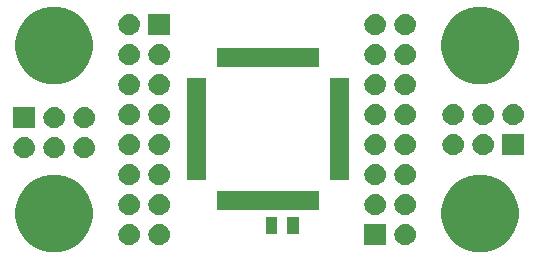
<source format=gbr>
G04 #@! TF.GenerationSoftware,KiCad,Pcbnew,(5.0.1-3-g963ef8bb5)*
G04 #@! TF.CreationDate,2019-05-10T17:58:09-07:00*
G04 #@! TF.ProjectId,NixieDriver,4E697869654472697665722E6B696361,rev?*
G04 #@! TF.SameCoordinates,Original*
G04 #@! TF.FileFunction,Soldermask,Top*
G04 #@! TF.FilePolarity,Negative*
%FSLAX46Y46*%
G04 Gerber Fmt 4.6, Leading zero omitted, Abs format (unit mm)*
G04 Created by KiCad (PCBNEW (5.0.1-3-g963ef8bb5)) date Friday, May 10, 2019 at 05:58:09 PM*
%MOMM*%
%LPD*%
G01*
G04 APERTURE LIST*
%ADD10C,0.100000*%
G04 APERTURE END LIST*
D10*
G36*
X143449748Y-97941317D02*
X144046051Y-98188314D01*
X144582714Y-98546901D01*
X145039099Y-99003286D01*
X145397686Y-99539949D01*
X145644683Y-100136252D01*
X145770600Y-100769282D01*
X145770600Y-101414718D01*
X145644683Y-102047748D01*
X145397686Y-102644051D01*
X145039099Y-103180714D01*
X144582714Y-103637099D01*
X144046051Y-103995686D01*
X143449748Y-104242683D01*
X142816718Y-104368600D01*
X142171282Y-104368600D01*
X141538252Y-104242683D01*
X140941949Y-103995686D01*
X140405286Y-103637099D01*
X139948901Y-103180714D01*
X139590314Y-102644051D01*
X139343317Y-102047748D01*
X139217400Y-101414718D01*
X139217400Y-100769282D01*
X139343317Y-100136252D01*
X139590314Y-99539949D01*
X139948901Y-99003286D01*
X140405286Y-98546901D01*
X140941949Y-98188314D01*
X141538252Y-97941317D01*
X142171282Y-97815400D01*
X142816718Y-97815400D01*
X143449748Y-97941317D01*
X143449748Y-97941317D01*
G37*
G36*
X107381748Y-97941317D02*
X107978051Y-98188314D01*
X108514714Y-98546901D01*
X108971099Y-99003286D01*
X109329686Y-99539949D01*
X109576683Y-100136252D01*
X109702600Y-100769282D01*
X109702600Y-101414718D01*
X109576683Y-102047748D01*
X109329686Y-102644051D01*
X108971099Y-103180714D01*
X108514714Y-103637099D01*
X107978051Y-103995686D01*
X107381748Y-104242683D01*
X106748718Y-104368600D01*
X106103282Y-104368600D01*
X105470252Y-104242683D01*
X104873949Y-103995686D01*
X104337286Y-103637099D01*
X103880901Y-103180714D01*
X103522314Y-102644051D01*
X103275317Y-102047748D01*
X103149400Y-101414718D01*
X103149400Y-100769282D01*
X103275317Y-100136252D01*
X103522314Y-99539949D01*
X103880901Y-99003286D01*
X104337286Y-98546901D01*
X104873949Y-98188314D01*
X105470252Y-97941317D01*
X106103282Y-97815400D01*
X106748718Y-97815400D01*
X107381748Y-97941317D01*
X107381748Y-97941317D01*
G37*
G36*
X115426442Y-101975518D02*
X115492627Y-101982037D01*
X115605853Y-102016384D01*
X115662467Y-102033557D01*
X115801087Y-102107652D01*
X115818991Y-102117222D01*
X115854729Y-102146552D01*
X115956186Y-102229814D01*
X116039448Y-102331271D01*
X116068778Y-102367009D01*
X116068779Y-102367011D01*
X116152443Y-102523533D01*
X116152443Y-102523534D01*
X116203963Y-102693373D01*
X116221359Y-102870000D01*
X116203963Y-103046627D01*
X116169616Y-103159853D01*
X116152443Y-103216467D01*
X116078348Y-103355087D01*
X116068778Y-103372991D01*
X116039448Y-103408729D01*
X115956186Y-103510186D01*
X115854729Y-103593448D01*
X115818991Y-103622778D01*
X115818989Y-103622779D01*
X115662467Y-103706443D01*
X115605853Y-103723616D01*
X115492627Y-103757963D01*
X115426443Y-103764481D01*
X115360260Y-103771000D01*
X115271740Y-103771000D01*
X115205557Y-103764481D01*
X115139373Y-103757963D01*
X115026147Y-103723616D01*
X114969533Y-103706443D01*
X114813011Y-103622779D01*
X114813009Y-103622778D01*
X114777271Y-103593448D01*
X114675814Y-103510186D01*
X114592552Y-103408729D01*
X114563222Y-103372991D01*
X114553652Y-103355087D01*
X114479557Y-103216467D01*
X114462384Y-103159853D01*
X114428037Y-103046627D01*
X114410641Y-102870000D01*
X114428037Y-102693373D01*
X114479557Y-102523534D01*
X114479557Y-102523533D01*
X114563221Y-102367011D01*
X114563222Y-102367009D01*
X114592552Y-102331271D01*
X114675814Y-102229814D01*
X114777271Y-102146552D01*
X114813009Y-102117222D01*
X114830913Y-102107652D01*
X114969533Y-102033557D01*
X115026147Y-102016384D01*
X115139373Y-101982037D01*
X115205558Y-101975518D01*
X115271740Y-101969000D01*
X115360260Y-101969000D01*
X115426442Y-101975518D01*
X115426442Y-101975518D01*
G37*
G36*
X112886442Y-101975518D02*
X112952627Y-101982037D01*
X113065853Y-102016384D01*
X113122467Y-102033557D01*
X113261087Y-102107652D01*
X113278991Y-102117222D01*
X113314729Y-102146552D01*
X113416186Y-102229814D01*
X113499448Y-102331271D01*
X113528778Y-102367009D01*
X113528779Y-102367011D01*
X113612443Y-102523533D01*
X113612443Y-102523534D01*
X113663963Y-102693373D01*
X113681359Y-102870000D01*
X113663963Y-103046627D01*
X113629616Y-103159853D01*
X113612443Y-103216467D01*
X113538348Y-103355087D01*
X113528778Y-103372991D01*
X113499448Y-103408729D01*
X113416186Y-103510186D01*
X113314729Y-103593448D01*
X113278991Y-103622778D01*
X113278989Y-103622779D01*
X113122467Y-103706443D01*
X113065853Y-103723616D01*
X112952627Y-103757963D01*
X112886443Y-103764481D01*
X112820260Y-103771000D01*
X112731740Y-103771000D01*
X112665557Y-103764481D01*
X112599373Y-103757963D01*
X112486147Y-103723616D01*
X112429533Y-103706443D01*
X112273011Y-103622779D01*
X112273009Y-103622778D01*
X112237271Y-103593448D01*
X112135814Y-103510186D01*
X112052552Y-103408729D01*
X112023222Y-103372991D01*
X112013652Y-103355087D01*
X111939557Y-103216467D01*
X111922384Y-103159853D01*
X111888037Y-103046627D01*
X111870641Y-102870000D01*
X111888037Y-102693373D01*
X111939557Y-102523534D01*
X111939557Y-102523533D01*
X112023221Y-102367011D01*
X112023222Y-102367009D01*
X112052552Y-102331271D01*
X112135814Y-102229814D01*
X112237271Y-102146552D01*
X112273009Y-102117222D01*
X112290913Y-102107652D01*
X112429533Y-102033557D01*
X112486147Y-102016384D01*
X112599373Y-101982037D01*
X112665558Y-101975518D01*
X112731740Y-101969000D01*
X112820260Y-101969000D01*
X112886442Y-101975518D01*
X112886442Y-101975518D01*
G37*
G36*
X134505000Y-103771000D02*
X132703000Y-103771000D01*
X132703000Y-101969000D01*
X134505000Y-101969000D01*
X134505000Y-103771000D01*
X134505000Y-103771000D01*
G37*
G36*
X136254442Y-101975518D02*
X136320627Y-101982037D01*
X136433853Y-102016384D01*
X136490467Y-102033557D01*
X136629087Y-102107652D01*
X136646991Y-102117222D01*
X136682729Y-102146552D01*
X136784186Y-102229814D01*
X136867448Y-102331271D01*
X136896778Y-102367009D01*
X136896779Y-102367011D01*
X136980443Y-102523533D01*
X136980443Y-102523534D01*
X137031963Y-102693373D01*
X137049359Y-102870000D01*
X137031963Y-103046627D01*
X136997616Y-103159853D01*
X136980443Y-103216467D01*
X136906348Y-103355087D01*
X136896778Y-103372991D01*
X136867448Y-103408729D01*
X136784186Y-103510186D01*
X136682729Y-103593448D01*
X136646991Y-103622778D01*
X136646989Y-103622779D01*
X136490467Y-103706443D01*
X136433853Y-103723616D01*
X136320627Y-103757963D01*
X136254443Y-103764481D01*
X136188260Y-103771000D01*
X136099740Y-103771000D01*
X136033557Y-103764481D01*
X135967373Y-103757963D01*
X135854147Y-103723616D01*
X135797533Y-103706443D01*
X135641011Y-103622779D01*
X135641009Y-103622778D01*
X135605271Y-103593448D01*
X135503814Y-103510186D01*
X135420552Y-103408729D01*
X135391222Y-103372991D01*
X135381652Y-103355087D01*
X135307557Y-103216467D01*
X135290384Y-103159853D01*
X135256037Y-103046627D01*
X135238641Y-102870000D01*
X135256037Y-102693373D01*
X135307557Y-102523534D01*
X135307557Y-102523533D01*
X135391221Y-102367011D01*
X135391222Y-102367009D01*
X135420552Y-102331271D01*
X135503814Y-102229814D01*
X135605271Y-102146552D01*
X135641009Y-102117222D01*
X135658913Y-102107652D01*
X135797533Y-102033557D01*
X135854147Y-102016384D01*
X135967373Y-101982037D01*
X136033558Y-101975518D01*
X136099740Y-101969000D01*
X136188260Y-101969000D01*
X136254442Y-101975518D01*
X136254442Y-101975518D01*
G37*
G36*
X127129540Y-102809040D02*
X126128780Y-102809040D01*
X126128780Y-101406960D01*
X127129540Y-101406960D01*
X127129540Y-102809040D01*
X127129540Y-102809040D01*
G37*
G36*
X125331220Y-102809040D02*
X124330460Y-102809040D01*
X124330460Y-101406960D01*
X125331220Y-101406960D01*
X125331220Y-102809040D01*
X125331220Y-102809040D01*
G37*
G36*
X136254443Y-99435519D02*
X136320627Y-99442037D01*
X136433853Y-99476384D01*
X136490467Y-99493557D01*
X136577257Y-99539948D01*
X136646991Y-99577222D01*
X136682729Y-99606552D01*
X136784186Y-99689814D01*
X136867448Y-99791271D01*
X136896778Y-99827009D01*
X136896779Y-99827011D01*
X136980443Y-99983533D01*
X136980443Y-99983534D01*
X137031963Y-100153373D01*
X137049359Y-100330000D01*
X137031963Y-100506627D01*
X136997616Y-100619853D01*
X136980443Y-100676467D01*
X136930831Y-100769283D01*
X136896778Y-100832991D01*
X136867448Y-100868729D01*
X136784186Y-100970186D01*
X136682729Y-101053448D01*
X136646991Y-101082778D01*
X136646989Y-101082779D01*
X136490467Y-101166443D01*
X136433853Y-101183616D01*
X136320627Y-101217963D01*
X136254443Y-101224481D01*
X136188260Y-101231000D01*
X136099740Y-101231000D01*
X136033558Y-101224482D01*
X135967373Y-101217963D01*
X135854147Y-101183616D01*
X135797533Y-101166443D01*
X135641011Y-101082779D01*
X135641009Y-101082778D01*
X135605271Y-101053448D01*
X135503814Y-100970186D01*
X135420552Y-100868729D01*
X135391222Y-100832991D01*
X135357169Y-100769283D01*
X135307557Y-100676467D01*
X135290384Y-100619853D01*
X135256037Y-100506627D01*
X135238641Y-100330000D01*
X135256037Y-100153373D01*
X135307557Y-99983534D01*
X135307557Y-99983533D01*
X135391221Y-99827011D01*
X135391222Y-99827009D01*
X135420552Y-99791271D01*
X135503814Y-99689814D01*
X135605271Y-99606552D01*
X135641009Y-99577222D01*
X135710743Y-99539948D01*
X135797533Y-99493557D01*
X135854147Y-99476384D01*
X135967373Y-99442037D01*
X136033558Y-99435518D01*
X136099740Y-99429000D01*
X136188260Y-99429000D01*
X136254443Y-99435519D01*
X136254443Y-99435519D01*
G37*
G36*
X112886443Y-99435519D02*
X112952627Y-99442037D01*
X113065853Y-99476384D01*
X113122467Y-99493557D01*
X113209257Y-99539948D01*
X113278991Y-99577222D01*
X113314729Y-99606552D01*
X113416186Y-99689814D01*
X113499448Y-99791271D01*
X113528778Y-99827009D01*
X113528779Y-99827011D01*
X113612443Y-99983533D01*
X113612443Y-99983534D01*
X113663963Y-100153373D01*
X113681359Y-100330000D01*
X113663963Y-100506627D01*
X113629616Y-100619853D01*
X113612443Y-100676467D01*
X113562831Y-100769283D01*
X113528778Y-100832991D01*
X113499448Y-100868729D01*
X113416186Y-100970186D01*
X113314729Y-101053448D01*
X113278991Y-101082778D01*
X113278989Y-101082779D01*
X113122467Y-101166443D01*
X113065853Y-101183616D01*
X112952627Y-101217963D01*
X112886443Y-101224481D01*
X112820260Y-101231000D01*
X112731740Y-101231000D01*
X112665558Y-101224482D01*
X112599373Y-101217963D01*
X112486147Y-101183616D01*
X112429533Y-101166443D01*
X112273011Y-101082779D01*
X112273009Y-101082778D01*
X112237271Y-101053448D01*
X112135814Y-100970186D01*
X112052552Y-100868729D01*
X112023222Y-100832991D01*
X111989169Y-100769283D01*
X111939557Y-100676467D01*
X111922384Y-100619853D01*
X111888037Y-100506627D01*
X111870641Y-100330000D01*
X111888037Y-100153373D01*
X111939557Y-99983534D01*
X111939557Y-99983533D01*
X112023221Y-99827011D01*
X112023222Y-99827009D01*
X112052552Y-99791271D01*
X112135814Y-99689814D01*
X112237271Y-99606552D01*
X112273009Y-99577222D01*
X112342743Y-99539948D01*
X112429533Y-99493557D01*
X112486147Y-99476384D01*
X112599373Y-99442037D01*
X112665558Y-99435518D01*
X112731740Y-99429000D01*
X112820260Y-99429000D01*
X112886443Y-99435519D01*
X112886443Y-99435519D01*
G37*
G36*
X115426443Y-99435519D02*
X115492627Y-99442037D01*
X115605853Y-99476384D01*
X115662467Y-99493557D01*
X115749257Y-99539948D01*
X115818991Y-99577222D01*
X115854729Y-99606552D01*
X115956186Y-99689814D01*
X116039448Y-99791271D01*
X116068778Y-99827009D01*
X116068779Y-99827011D01*
X116152443Y-99983533D01*
X116152443Y-99983534D01*
X116203963Y-100153373D01*
X116221359Y-100330000D01*
X116203963Y-100506627D01*
X116169616Y-100619853D01*
X116152443Y-100676467D01*
X116102831Y-100769283D01*
X116068778Y-100832991D01*
X116039448Y-100868729D01*
X115956186Y-100970186D01*
X115854729Y-101053448D01*
X115818991Y-101082778D01*
X115818989Y-101082779D01*
X115662467Y-101166443D01*
X115605853Y-101183616D01*
X115492627Y-101217963D01*
X115426443Y-101224481D01*
X115360260Y-101231000D01*
X115271740Y-101231000D01*
X115205558Y-101224482D01*
X115139373Y-101217963D01*
X115026147Y-101183616D01*
X114969533Y-101166443D01*
X114813011Y-101082779D01*
X114813009Y-101082778D01*
X114777271Y-101053448D01*
X114675814Y-100970186D01*
X114592552Y-100868729D01*
X114563222Y-100832991D01*
X114529169Y-100769283D01*
X114479557Y-100676467D01*
X114462384Y-100619853D01*
X114428037Y-100506627D01*
X114410641Y-100330000D01*
X114428037Y-100153373D01*
X114479557Y-99983534D01*
X114479557Y-99983533D01*
X114563221Y-99827011D01*
X114563222Y-99827009D01*
X114592552Y-99791271D01*
X114675814Y-99689814D01*
X114777271Y-99606552D01*
X114813009Y-99577222D01*
X114882743Y-99539948D01*
X114969533Y-99493557D01*
X115026147Y-99476384D01*
X115139373Y-99442037D01*
X115205558Y-99435518D01*
X115271740Y-99429000D01*
X115360260Y-99429000D01*
X115426443Y-99435519D01*
X115426443Y-99435519D01*
G37*
G36*
X133714443Y-99435519D02*
X133780627Y-99442037D01*
X133893853Y-99476384D01*
X133950467Y-99493557D01*
X134037257Y-99539948D01*
X134106991Y-99577222D01*
X134142729Y-99606552D01*
X134244186Y-99689814D01*
X134327448Y-99791271D01*
X134356778Y-99827009D01*
X134356779Y-99827011D01*
X134440443Y-99983533D01*
X134440443Y-99983534D01*
X134491963Y-100153373D01*
X134509359Y-100330000D01*
X134491963Y-100506627D01*
X134457616Y-100619853D01*
X134440443Y-100676467D01*
X134390831Y-100769283D01*
X134356778Y-100832991D01*
X134327448Y-100868729D01*
X134244186Y-100970186D01*
X134142729Y-101053448D01*
X134106991Y-101082778D01*
X134106989Y-101082779D01*
X133950467Y-101166443D01*
X133893853Y-101183616D01*
X133780627Y-101217963D01*
X133714443Y-101224481D01*
X133648260Y-101231000D01*
X133559740Y-101231000D01*
X133493558Y-101224482D01*
X133427373Y-101217963D01*
X133314147Y-101183616D01*
X133257533Y-101166443D01*
X133101011Y-101082779D01*
X133101009Y-101082778D01*
X133065271Y-101053448D01*
X132963814Y-100970186D01*
X132880552Y-100868729D01*
X132851222Y-100832991D01*
X132817169Y-100769283D01*
X132767557Y-100676467D01*
X132750384Y-100619853D01*
X132716037Y-100506627D01*
X132698641Y-100330000D01*
X132716037Y-100153373D01*
X132767557Y-99983534D01*
X132767557Y-99983533D01*
X132851221Y-99827011D01*
X132851222Y-99827009D01*
X132880552Y-99791271D01*
X132963814Y-99689814D01*
X133065271Y-99606552D01*
X133101009Y-99577222D01*
X133170743Y-99539948D01*
X133257533Y-99493557D01*
X133314147Y-99476384D01*
X133427373Y-99442037D01*
X133493558Y-99435518D01*
X133559740Y-99429000D01*
X133648260Y-99429000D01*
X133714443Y-99435519D01*
X133714443Y-99435519D01*
G37*
G36*
X128817000Y-100755000D02*
X120195000Y-100755000D01*
X120195000Y-99153000D01*
X128817000Y-99153000D01*
X128817000Y-100755000D01*
X128817000Y-100755000D01*
G37*
G36*
X136254442Y-96895518D02*
X136320627Y-96902037D01*
X136433853Y-96936384D01*
X136490467Y-96953557D01*
X136629087Y-97027652D01*
X136646991Y-97037222D01*
X136682729Y-97066552D01*
X136784186Y-97149814D01*
X136867448Y-97251271D01*
X136896778Y-97287009D01*
X136896779Y-97287011D01*
X136980443Y-97443533D01*
X136980443Y-97443534D01*
X137031963Y-97613373D01*
X137049359Y-97790000D01*
X137031963Y-97966627D01*
X136997616Y-98079853D01*
X136980443Y-98136467D01*
X136906348Y-98275087D01*
X136896778Y-98292991D01*
X136867448Y-98328729D01*
X136784186Y-98430186D01*
X136682729Y-98513448D01*
X136646991Y-98542778D01*
X136646989Y-98542779D01*
X136490467Y-98626443D01*
X136433853Y-98643616D01*
X136320627Y-98677963D01*
X136254442Y-98684482D01*
X136188260Y-98691000D01*
X136099740Y-98691000D01*
X136033558Y-98684482D01*
X135967373Y-98677963D01*
X135854147Y-98643616D01*
X135797533Y-98626443D01*
X135641011Y-98542779D01*
X135641009Y-98542778D01*
X135605271Y-98513448D01*
X135503814Y-98430186D01*
X135420552Y-98328729D01*
X135391222Y-98292991D01*
X135381652Y-98275087D01*
X135307557Y-98136467D01*
X135290384Y-98079853D01*
X135256037Y-97966627D01*
X135238641Y-97790000D01*
X135256037Y-97613373D01*
X135307557Y-97443534D01*
X135307557Y-97443533D01*
X135391221Y-97287011D01*
X135391222Y-97287009D01*
X135420552Y-97251271D01*
X135503814Y-97149814D01*
X135605271Y-97066552D01*
X135641009Y-97037222D01*
X135658913Y-97027652D01*
X135797533Y-96953557D01*
X135854147Y-96936384D01*
X135967373Y-96902037D01*
X136033558Y-96895518D01*
X136099740Y-96889000D01*
X136188260Y-96889000D01*
X136254442Y-96895518D01*
X136254442Y-96895518D01*
G37*
G36*
X112886442Y-96895518D02*
X112952627Y-96902037D01*
X113065853Y-96936384D01*
X113122467Y-96953557D01*
X113261087Y-97027652D01*
X113278991Y-97037222D01*
X113314729Y-97066552D01*
X113416186Y-97149814D01*
X113499448Y-97251271D01*
X113528778Y-97287009D01*
X113528779Y-97287011D01*
X113612443Y-97443533D01*
X113612443Y-97443534D01*
X113663963Y-97613373D01*
X113681359Y-97790000D01*
X113663963Y-97966627D01*
X113629616Y-98079853D01*
X113612443Y-98136467D01*
X113538348Y-98275087D01*
X113528778Y-98292991D01*
X113499448Y-98328729D01*
X113416186Y-98430186D01*
X113314729Y-98513448D01*
X113278991Y-98542778D01*
X113278989Y-98542779D01*
X113122467Y-98626443D01*
X113065853Y-98643616D01*
X112952627Y-98677963D01*
X112886442Y-98684482D01*
X112820260Y-98691000D01*
X112731740Y-98691000D01*
X112665558Y-98684482D01*
X112599373Y-98677963D01*
X112486147Y-98643616D01*
X112429533Y-98626443D01*
X112273011Y-98542779D01*
X112273009Y-98542778D01*
X112237271Y-98513448D01*
X112135814Y-98430186D01*
X112052552Y-98328729D01*
X112023222Y-98292991D01*
X112013652Y-98275087D01*
X111939557Y-98136467D01*
X111922384Y-98079853D01*
X111888037Y-97966627D01*
X111870641Y-97790000D01*
X111888037Y-97613373D01*
X111939557Y-97443534D01*
X111939557Y-97443533D01*
X112023221Y-97287011D01*
X112023222Y-97287009D01*
X112052552Y-97251271D01*
X112135814Y-97149814D01*
X112237271Y-97066552D01*
X112273009Y-97037222D01*
X112290913Y-97027652D01*
X112429533Y-96953557D01*
X112486147Y-96936384D01*
X112599373Y-96902037D01*
X112665558Y-96895518D01*
X112731740Y-96889000D01*
X112820260Y-96889000D01*
X112886442Y-96895518D01*
X112886442Y-96895518D01*
G37*
G36*
X115426442Y-96895518D02*
X115492627Y-96902037D01*
X115605853Y-96936384D01*
X115662467Y-96953557D01*
X115801087Y-97027652D01*
X115818991Y-97037222D01*
X115854729Y-97066552D01*
X115956186Y-97149814D01*
X116039448Y-97251271D01*
X116068778Y-97287009D01*
X116068779Y-97287011D01*
X116152443Y-97443533D01*
X116152443Y-97443534D01*
X116203963Y-97613373D01*
X116221359Y-97790000D01*
X116203963Y-97966627D01*
X116169616Y-98079853D01*
X116152443Y-98136467D01*
X116078348Y-98275087D01*
X116068778Y-98292991D01*
X116039448Y-98328729D01*
X115956186Y-98430186D01*
X115854729Y-98513448D01*
X115818991Y-98542778D01*
X115818989Y-98542779D01*
X115662467Y-98626443D01*
X115605853Y-98643616D01*
X115492627Y-98677963D01*
X115426442Y-98684482D01*
X115360260Y-98691000D01*
X115271740Y-98691000D01*
X115205558Y-98684482D01*
X115139373Y-98677963D01*
X115026147Y-98643616D01*
X114969533Y-98626443D01*
X114813011Y-98542779D01*
X114813009Y-98542778D01*
X114777271Y-98513448D01*
X114675814Y-98430186D01*
X114592552Y-98328729D01*
X114563222Y-98292991D01*
X114553652Y-98275087D01*
X114479557Y-98136467D01*
X114462384Y-98079853D01*
X114428037Y-97966627D01*
X114410641Y-97790000D01*
X114428037Y-97613373D01*
X114479557Y-97443534D01*
X114479557Y-97443533D01*
X114563221Y-97287011D01*
X114563222Y-97287009D01*
X114592552Y-97251271D01*
X114675814Y-97149814D01*
X114777271Y-97066552D01*
X114813009Y-97037222D01*
X114830913Y-97027652D01*
X114969533Y-96953557D01*
X115026147Y-96936384D01*
X115139373Y-96902037D01*
X115205558Y-96895518D01*
X115271740Y-96889000D01*
X115360260Y-96889000D01*
X115426442Y-96895518D01*
X115426442Y-96895518D01*
G37*
G36*
X133714442Y-96895518D02*
X133780627Y-96902037D01*
X133893853Y-96936384D01*
X133950467Y-96953557D01*
X134089087Y-97027652D01*
X134106991Y-97037222D01*
X134142729Y-97066552D01*
X134244186Y-97149814D01*
X134327448Y-97251271D01*
X134356778Y-97287009D01*
X134356779Y-97287011D01*
X134440443Y-97443533D01*
X134440443Y-97443534D01*
X134491963Y-97613373D01*
X134509359Y-97790000D01*
X134491963Y-97966627D01*
X134457616Y-98079853D01*
X134440443Y-98136467D01*
X134366348Y-98275087D01*
X134356778Y-98292991D01*
X134327448Y-98328729D01*
X134244186Y-98430186D01*
X134142729Y-98513448D01*
X134106991Y-98542778D01*
X134106989Y-98542779D01*
X133950467Y-98626443D01*
X133893853Y-98643616D01*
X133780627Y-98677963D01*
X133714442Y-98684482D01*
X133648260Y-98691000D01*
X133559740Y-98691000D01*
X133493558Y-98684482D01*
X133427373Y-98677963D01*
X133314147Y-98643616D01*
X133257533Y-98626443D01*
X133101011Y-98542779D01*
X133101009Y-98542778D01*
X133065271Y-98513448D01*
X132963814Y-98430186D01*
X132880552Y-98328729D01*
X132851222Y-98292991D01*
X132841652Y-98275087D01*
X132767557Y-98136467D01*
X132750384Y-98079853D01*
X132716037Y-97966627D01*
X132698641Y-97790000D01*
X132716037Y-97613373D01*
X132767557Y-97443534D01*
X132767557Y-97443533D01*
X132851221Y-97287011D01*
X132851222Y-97287009D01*
X132880552Y-97251271D01*
X132963814Y-97149814D01*
X133065271Y-97066552D01*
X133101009Y-97037222D01*
X133118913Y-97027652D01*
X133257533Y-96953557D01*
X133314147Y-96936384D01*
X133427373Y-96902037D01*
X133493558Y-96895518D01*
X133559740Y-96889000D01*
X133648260Y-96889000D01*
X133714442Y-96895518D01*
X133714442Y-96895518D01*
G37*
G36*
X119257000Y-98215000D02*
X117655000Y-98215000D01*
X117655000Y-89593000D01*
X119257000Y-89593000D01*
X119257000Y-98215000D01*
X119257000Y-98215000D01*
G37*
G36*
X131357000Y-98215000D02*
X129755000Y-98215000D01*
X129755000Y-89593000D01*
X131357000Y-89593000D01*
X131357000Y-98215000D01*
X131357000Y-98215000D01*
G37*
G36*
X109076442Y-94609518D02*
X109142627Y-94616037D01*
X109255853Y-94650384D01*
X109312467Y-94667557D01*
X109451087Y-94741652D01*
X109468991Y-94751222D01*
X109504729Y-94780552D01*
X109606186Y-94863814D01*
X109689448Y-94965271D01*
X109718778Y-95001009D01*
X109718779Y-95001011D01*
X109802443Y-95157533D01*
X109819616Y-95214147D01*
X109853963Y-95327373D01*
X109871359Y-95504000D01*
X109853963Y-95680627D01*
X109819616Y-95793853D01*
X109802443Y-95850467D01*
X109781213Y-95890185D01*
X109718778Y-96006991D01*
X109689448Y-96042729D01*
X109606186Y-96144186D01*
X109504729Y-96227448D01*
X109468991Y-96256778D01*
X109468989Y-96256779D01*
X109312467Y-96340443D01*
X109255853Y-96357616D01*
X109142627Y-96391963D01*
X109076442Y-96398482D01*
X109010260Y-96405000D01*
X108921740Y-96405000D01*
X108855558Y-96398482D01*
X108789373Y-96391963D01*
X108676147Y-96357616D01*
X108619533Y-96340443D01*
X108463011Y-96256779D01*
X108463009Y-96256778D01*
X108427271Y-96227448D01*
X108325814Y-96144186D01*
X108242552Y-96042729D01*
X108213222Y-96006991D01*
X108150787Y-95890185D01*
X108129557Y-95850467D01*
X108112384Y-95793853D01*
X108078037Y-95680627D01*
X108060641Y-95504000D01*
X108078037Y-95327373D01*
X108112384Y-95214147D01*
X108129557Y-95157533D01*
X108213221Y-95001011D01*
X108213222Y-95001009D01*
X108242552Y-94965271D01*
X108325814Y-94863814D01*
X108427271Y-94780552D01*
X108463009Y-94751222D01*
X108480913Y-94741652D01*
X108619533Y-94667557D01*
X108676147Y-94650384D01*
X108789373Y-94616037D01*
X108855558Y-94609518D01*
X108921740Y-94603000D01*
X109010260Y-94603000D01*
X109076442Y-94609518D01*
X109076442Y-94609518D01*
G37*
G36*
X106536442Y-94609518D02*
X106602627Y-94616037D01*
X106715853Y-94650384D01*
X106772467Y-94667557D01*
X106911087Y-94741652D01*
X106928991Y-94751222D01*
X106964729Y-94780552D01*
X107066186Y-94863814D01*
X107149448Y-94965271D01*
X107178778Y-95001009D01*
X107178779Y-95001011D01*
X107262443Y-95157533D01*
X107279616Y-95214147D01*
X107313963Y-95327373D01*
X107331359Y-95504000D01*
X107313963Y-95680627D01*
X107279616Y-95793853D01*
X107262443Y-95850467D01*
X107241213Y-95890185D01*
X107178778Y-96006991D01*
X107149448Y-96042729D01*
X107066186Y-96144186D01*
X106964729Y-96227448D01*
X106928991Y-96256778D01*
X106928989Y-96256779D01*
X106772467Y-96340443D01*
X106715853Y-96357616D01*
X106602627Y-96391963D01*
X106536442Y-96398482D01*
X106470260Y-96405000D01*
X106381740Y-96405000D01*
X106315558Y-96398482D01*
X106249373Y-96391963D01*
X106136147Y-96357616D01*
X106079533Y-96340443D01*
X105923011Y-96256779D01*
X105923009Y-96256778D01*
X105887271Y-96227448D01*
X105785814Y-96144186D01*
X105702552Y-96042729D01*
X105673222Y-96006991D01*
X105610787Y-95890185D01*
X105589557Y-95850467D01*
X105572384Y-95793853D01*
X105538037Y-95680627D01*
X105520641Y-95504000D01*
X105538037Y-95327373D01*
X105572384Y-95214147D01*
X105589557Y-95157533D01*
X105673221Y-95001011D01*
X105673222Y-95001009D01*
X105702552Y-94965271D01*
X105785814Y-94863814D01*
X105887271Y-94780552D01*
X105923009Y-94751222D01*
X105940913Y-94741652D01*
X106079533Y-94667557D01*
X106136147Y-94650384D01*
X106249373Y-94616037D01*
X106315558Y-94609518D01*
X106381740Y-94603000D01*
X106470260Y-94603000D01*
X106536442Y-94609518D01*
X106536442Y-94609518D01*
G37*
G36*
X103996442Y-94609518D02*
X104062627Y-94616037D01*
X104175853Y-94650384D01*
X104232467Y-94667557D01*
X104371087Y-94741652D01*
X104388991Y-94751222D01*
X104424729Y-94780552D01*
X104526186Y-94863814D01*
X104609448Y-94965271D01*
X104638778Y-95001009D01*
X104638779Y-95001011D01*
X104722443Y-95157533D01*
X104739616Y-95214147D01*
X104773963Y-95327373D01*
X104791359Y-95504000D01*
X104773963Y-95680627D01*
X104739616Y-95793853D01*
X104722443Y-95850467D01*
X104701213Y-95890185D01*
X104638778Y-96006991D01*
X104609448Y-96042729D01*
X104526186Y-96144186D01*
X104424729Y-96227448D01*
X104388991Y-96256778D01*
X104388989Y-96256779D01*
X104232467Y-96340443D01*
X104175853Y-96357616D01*
X104062627Y-96391963D01*
X103996442Y-96398482D01*
X103930260Y-96405000D01*
X103841740Y-96405000D01*
X103775558Y-96398482D01*
X103709373Y-96391963D01*
X103596147Y-96357616D01*
X103539533Y-96340443D01*
X103383011Y-96256779D01*
X103383009Y-96256778D01*
X103347271Y-96227448D01*
X103245814Y-96144186D01*
X103162552Y-96042729D01*
X103133222Y-96006991D01*
X103070787Y-95890185D01*
X103049557Y-95850467D01*
X103032384Y-95793853D01*
X102998037Y-95680627D01*
X102980641Y-95504000D01*
X102998037Y-95327373D01*
X103032384Y-95214147D01*
X103049557Y-95157533D01*
X103133221Y-95001011D01*
X103133222Y-95001009D01*
X103162552Y-94965271D01*
X103245814Y-94863814D01*
X103347271Y-94780552D01*
X103383009Y-94751222D01*
X103400913Y-94741652D01*
X103539533Y-94667557D01*
X103596147Y-94650384D01*
X103709373Y-94616037D01*
X103775558Y-94609518D01*
X103841740Y-94603000D01*
X103930260Y-94603000D01*
X103996442Y-94609518D01*
X103996442Y-94609518D01*
G37*
G36*
X146189000Y-96151000D02*
X144387000Y-96151000D01*
X144387000Y-94349000D01*
X146189000Y-94349000D01*
X146189000Y-96151000D01*
X146189000Y-96151000D01*
G37*
G36*
X142858442Y-94355518D02*
X142924627Y-94362037D01*
X143037853Y-94396384D01*
X143094467Y-94413557D01*
X143233087Y-94487652D01*
X143250991Y-94497222D01*
X143286729Y-94526552D01*
X143388186Y-94609814D01*
X143471448Y-94711271D01*
X143500778Y-94747009D01*
X143500779Y-94747011D01*
X143584443Y-94903533D01*
X143584443Y-94903534D01*
X143635963Y-95073373D01*
X143653359Y-95250000D01*
X143635963Y-95426627D01*
X143612492Y-95504000D01*
X143584443Y-95596467D01*
X143539459Y-95680625D01*
X143500778Y-95752991D01*
X143471448Y-95788729D01*
X143388186Y-95890186D01*
X143286729Y-95973448D01*
X143250991Y-96002778D01*
X143250989Y-96002779D01*
X143094467Y-96086443D01*
X143037853Y-96103616D01*
X142924627Y-96137963D01*
X142861453Y-96144185D01*
X142792260Y-96151000D01*
X142703740Y-96151000D01*
X142634547Y-96144185D01*
X142571373Y-96137963D01*
X142458147Y-96103616D01*
X142401533Y-96086443D01*
X142245011Y-96002779D01*
X142245009Y-96002778D01*
X142209271Y-95973448D01*
X142107814Y-95890186D01*
X142024552Y-95788729D01*
X141995222Y-95752991D01*
X141956541Y-95680625D01*
X141911557Y-95596467D01*
X141883508Y-95504000D01*
X141860037Y-95426627D01*
X141842641Y-95250000D01*
X141860037Y-95073373D01*
X141911557Y-94903534D01*
X141911557Y-94903533D01*
X141995221Y-94747011D01*
X141995222Y-94747009D01*
X142024552Y-94711271D01*
X142107814Y-94609814D01*
X142209271Y-94526552D01*
X142245009Y-94497222D01*
X142262913Y-94487652D01*
X142401533Y-94413557D01*
X142458147Y-94396384D01*
X142571373Y-94362037D01*
X142637557Y-94355519D01*
X142703740Y-94349000D01*
X142792260Y-94349000D01*
X142858442Y-94355518D01*
X142858442Y-94355518D01*
G37*
G36*
X112886442Y-94355518D02*
X112952627Y-94362037D01*
X113065853Y-94396384D01*
X113122467Y-94413557D01*
X113261087Y-94487652D01*
X113278991Y-94497222D01*
X113314729Y-94526552D01*
X113416186Y-94609814D01*
X113499448Y-94711271D01*
X113528778Y-94747009D01*
X113528779Y-94747011D01*
X113612443Y-94903533D01*
X113612443Y-94903534D01*
X113663963Y-95073373D01*
X113681359Y-95250000D01*
X113663963Y-95426627D01*
X113640492Y-95504000D01*
X113612443Y-95596467D01*
X113567459Y-95680625D01*
X113528778Y-95752991D01*
X113499448Y-95788729D01*
X113416186Y-95890186D01*
X113314729Y-95973448D01*
X113278991Y-96002778D01*
X113278989Y-96002779D01*
X113122467Y-96086443D01*
X113065853Y-96103616D01*
X112952627Y-96137963D01*
X112889453Y-96144185D01*
X112820260Y-96151000D01*
X112731740Y-96151000D01*
X112662547Y-96144185D01*
X112599373Y-96137963D01*
X112486147Y-96103616D01*
X112429533Y-96086443D01*
X112273011Y-96002779D01*
X112273009Y-96002778D01*
X112237271Y-95973448D01*
X112135814Y-95890186D01*
X112052552Y-95788729D01*
X112023222Y-95752991D01*
X111984541Y-95680625D01*
X111939557Y-95596467D01*
X111911508Y-95504000D01*
X111888037Y-95426627D01*
X111870641Y-95250000D01*
X111888037Y-95073373D01*
X111939557Y-94903534D01*
X111939557Y-94903533D01*
X112023221Y-94747011D01*
X112023222Y-94747009D01*
X112052552Y-94711271D01*
X112135814Y-94609814D01*
X112237271Y-94526552D01*
X112273009Y-94497222D01*
X112290913Y-94487652D01*
X112429533Y-94413557D01*
X112486147Y-94396384D01*
X112599373Y-94362037D01*
X112665558Y-94355518D01*
X112731740Y-94349000D01*
X112820260Y-94349000D01*
X112886442Y-94355518D01*
X112886442Y-94355518D01*
G37*
G36*
X115426442Y-94355518D02*
X115492627Y-94362037D01*
X115605853Y-94396384D01*
X115662467Y-94413557D01*
X115801087Y-94487652D01*
X115818991Y-94497222D01*
X115854729Y-94526552D01*
X115956186Y-94609814D01*
X116039448Y-94711271D01*
X116068778Y-94747009D01*
X116068779Y-94747011D01*
X116152443Y-94903533D01*
X116152443Y-94903534D01*
X116203963Y-95073373D01*
X116221359Y-95250000D01*
X116203963Y-95426627D01*
X116180492Y-95504000D01*
X116152443Y-95596467D01*
X116107459Y-95680625D01*
X116068778Y-95752991D01*
X116039448Y-95788729D01*
X115956186Y-95890186D01*
X115854729Y-95973448D01*
X115818991Y-96002778D01*
X115818989Y-96002779D01*
X115662467Y-96086443D01*
X115605853Y-96103616D01*
X115492627Y-96137963D01*
X115429453Y-96144185D01*
X115360260Y-96151000D01*
X115271740Y-96151000D01*
X115202547Y-96144185D01*
X115139373Y-96137963D01*
X115026147Y-96103616D01*
X114969533Y-96086443D01*
X114813011Y-96002779D01*
X114813009Y-96002778D01*
X114777271Y-95973448D01*
X114675814Y-95890186D01*
X114592552Y-95788729D01*
X114563222Y-95752991D01*
X114524541Y-95680625D01*
X114479557Y-95596467D01*
X114451508Y-95504000D01*
X114428037Y-95426627D01*
X114410641Y-95250000D01*
X114428037Y-95073373D01*
X114479557Y-94903534D01*
X114479557Y-94903533D01*
X114563221Y-94747011D01*
X114563222Y-94747009D01*
X114592552Y-94711271D01*
X114675814Y-94609814D01*
X114777271Y-94526552D01*
X114813009Y-94497222D01*
X114830913Y-94487652D01*
X114969533Y-94413557D01*
X115026147Y-94396384D01*
X115139373Y-94362037D01*
X115205558Y-94355518D01*
X115271740Y-94349000D01*
X115360260Y-94349000D01*
X115426442Y-94355518D01*
X115426442Y-94355518D01*
G37*
G36*
X140318442Y-94355518D02*
X140384627Y-94362037D01*
X140497853Y-94396384D01*
X140554467Y-94413557D01*
X140693087Y-94487652D01*
X140710991Y-94497222D01*
X140746729Y-94526552D01*
X140848186Y-94609814D01*
X140931448Y-94711271D01*
X140960778Y-94747009D01*
X140960779Y-94747011D01*
X141044443Y-94903533D01*
X141044443Y-94903534D01*
X141095963Y-95073373D01*
X141113359Y-95250000D01*
X141095963Y-95426627D01*
X141072492Y-95504000D01*
X141044443Y-95596467D01*
X140999459Y-95680625D01*
X140960778Y-95752991D01*
X140931448Y-95788729D01*
X140848186Y-95890186D01*
X140746729Y-95973448D01*
X140710991Y-96002778D01*
X140710989Y-96002779D01*
X140554467Y-96086443D01*
X140497853Y-96103616D01*
X140384627Y-96137963D01*
X140321453Y-96144185D01*
X140252260Y-96151000D01*
X140163740Y-96151000D01*
X140094547Y-96144185D01*
X140031373Y-96137963D01*
X139918147Y-96103616D01*
X139861533Y-96086443D01*
X139705011Y-96002779D01*
X139705009Y-96002778D01*
X139669271Y-95973448D01*
X139567814Y-95890186D01*
X139484552Y-95788729D01*
X139455222Y-95752991D01*
X139416541Y-95680625D01*
X139371557Y-95596467D01*
X139343508Y-95504000D01*
X139320037Y-95426627D01*
X139302641Y-95250000D01*
X139320037Y-95073373D01*
X139371557Y-94903534D01*
X139371557Y-94903533D01*
X139455221Y-94747011D01*
X139455222Y-94747009D01*
X139484552Y-94711271D01*
X139567814Y-94609814D01*
X139669271Y-94526552D01*
X139705009Y-94497222D01*
X139722913Y-94487652D01*
X139861533Y-94413557D01*
X139918147Y-94396384D01*
X140031373Y-94362037D01*
X140097557Y-94355519D01*
X140163740Y-94349000D01*
X140252260Y-94349000D01*
X140318442Y-94355518D01*
X140318442Y-94355518D01*
G37*
G36*
X136254442Y-94355518D02*
X136320627Y-94362037D01*
X136433853Y-94396384D01*
X136490467Y-94413557D01*
X136629087Y-94487652D01*
X136646991Y-94497222D01*
X136682729Y-94526552D01*
X136784186Y-94609814D01*
X136867448Y-94711271D01*
X136896778Y-94747009D01*
X136896779Y-94747011D01*
X136980443Y-94903533D01*
X136980443Y-94903534D01*
X137031963Y-95073373D01*
X137049359Y-95250000D01*
X137031963Y-95426627D01*
X137008492Y-95504000D01*
X136980443Y-95596467D01*
X136935459Y-95680625D01*
X136896778Y-95752991D01*
X136867448Y-95788729D01*
X136784186Y-95890186D01*
X136682729Y-95973448D01*
X136646991Y-96002778D01*
X136646989Y-96002779D01*
X136490467Y-96086443D01*
X136433853Y-96103616D01*
X136320627Y-96137963D01*
X136257453Y-96144185D01*
X136188260Y-96151000D01*
X136099740Y-96151000D01*
X136030547Y-96144185D01*
X135967373Y-96137963D01*
X135854147Y-96103616D01*
X135797533Y-96086443D01*
X135641011Y-96002779D01*
X135641009Y-96002778D01*
X135605271Y-95973448D01*
X135503814Y-95890186D01*
X135420552Y-95788729D01*
X135391222Y-95752991D01*
X135352541Y-95680625D01*
X135307557Y-95596467D01*
X135279508Y-95504000D01*
X135256037Y-95426627D01*
X135238641Y-95250000D01*
X135256037Y-95073373D01*
X135307557Y-94903534D01*
X135307557Y-94903533D01*
X135391221Y-94747011D01*
X135391222Y-94747009D01*
X135420552Y-94711271D01*
X135503814Y-94609814D01*
X135605271Y-94526552D01*
X135641009Y-94497222D01*
X135658913Y-94487652D01*
X135797533Y-94413557D01*
X135854147Y-94396384D01*
X135967373Y-94362037D01*
X136033557Y-94355519D01*
X136099740Y-94349000D01*
X136188260Y-94349000D01*
X136254442Y-94355518D01*
X136254442Y-94355518D01*
G37*
G36*
X133714442Y-94355518D02*
X133780627Y-94362037D01*
X133893853Y-94396384D01*
X133950467Y-94413557D01*
X134089087Y-94487652D01*
X134106991Y-94497222D01*
X134142729Y-94526552D01*
X134244186Y-94609814D01*
X134327448Y-94711271D01*
X134356778Y-94747009D01*
X134356779Y-94747011D01*
X134440443Y-94903533D01*
X134440443Y-94903534D01*
X134491963Y-95073373D01*
X134509359Y-95250000D01*
X134491963Y-95426627D01*
X134468492Y-95504000D01*
X134440443Y-95596467D01*
X134395459Y-95680625D01*
X134356778Y-95752991D01*
X134327448Y-95788729D01*
X134244186Y-95890186D01*
X134142729Y-95973448D01*
X134106991Y-96002778D01*
X134106989Y-96002779D01*
X133950467Y-96086443D01*
X133893853Y-96103616D01*
X133780627Y-96137963D01*
X133717453Y-96144185D01*
X133648260Y-96151000D01*
X133559740Y-96151000D01*
X133490547Y-96144185D01*
X133427373Y-96137963D01*
X133314147Y-96103616D01*
X133257533Y-96086443D01*
X133101011Y-96002779D01*
X133101009Y-96002778D01*
X133065271Y-95973448D01*
X132963814Y-95890186D01*
X132880552Y-95788729D01*
X132851222Y-95752991D01*
X132812541Y-95680625D01*
X132767557Y-95596467D01*
X132739508Y-95504000D01*
X132716037Y-95426627D01*
X132698641Y-95250000D01*
X132716037Y-95073373D01*
X132767557Y-94903534D01*
X132767557Y-94903533D01*
X132851221Y-94747011D01*
X132851222Y-94747009D01*
X132880552Y-94711271D01*
X132963814Y-94609814D01*
X133065271Y-94526552D01*
X133101009Y-94497222D01*
X133118913Y-94487652D01*
X133257533Y-94413557D01*
X133314147Y-94396384D01*
X133427373Y-94362037D01*
X133493557Y-94355519D01*
X133559740Y-94349000D01*
X133648260Y-94349000D01*
X133714442Y-94355518D01*
X133714442Y-94355518D01*
G37*
G36*
X109076443Y-92069519D02*
X109142627Y-92076037D01*
X109255853Y-92110384D01*
X109312467Y-92127557D01*
X109451087Y-92201652D01*
X109468991Y-92211222D01*
X109504729Y-92240552D01*
X109606186Y-92323814D01*
X109689448Y-92425271D01*
X109718778Y-92461009D01*
X109718779Y-92461011D01*
X109802443Y-92617533D01*
X109802443Y-92617534D01*
X109853963Y-92787373D01*
X109871359Y-92964000D01*
X109853963Y-93140627D01*
X109819616Y-93253853D01*
X109802443Y-93310467D01*
X109781213Y-93350185D01*
X109718778Y-93466991D01*
X109689448Y-93502729D01*
X109606186Y-93604186D01*
X109504729Y-93687448D01*
X109468991Y-93716778D01*
X109468989Y-93716779D01*
X109312467Y-93800443D01*
X109255853Y-93817616D01*
X109142627Y-93851963D01*
X109076443Y-93858481D01*
X109010260Y-93865000D01*
X108921740Y-93865000D01*
X108855557Y-93858481D01*
X108789373Y-93851963D01*
X108676147Y-93817616D01*
X108619533Y-93800443D01*
X108463011Y-93716779D01*
X108463009Y-93716778D01*
X108427271Y-93687448D01*
X108325814Y-93604186D01*
X108242552Y-93502729D01*
X108213222Y-93466991D01*
X108150787Y-93350185D01*
X108129557Y-93310467D01*
X108112384Y-93253853D01*
X108078037Y-93140627D01*
X108060641Y-92964000D01*
X108078037Y-92787373D01*
X108129557Y-92617534D01*
X108129557Y-92617533D01*
X108213221Y-92461011D01*
X108213222Y-92461009D01*
X108242552Y-92425271D01*
X108325814Y-92323814D01*
X108427271Y-92240552D01*
X108463009Y-92211222D01*
X108480913Y-92201652D01*
X108619533Y-92127557D01*
X108676147Y-92110384D01*
X108789373Y-92076037D01*
X108855557Y-92069519D01*
X108921740Y-92063000D01*
X109010260Y-92063000D01*
X109076443Y-92069519D01*
X109076443Y-92069519D01*
G37*
G36*
X106536443Y-92069519D02*
X106602627Y-92076037D01*
X106715853Y-92110384D01*
X106772467Y-92127557D01*
X106911087Y-92201652D01*
X106928991Y-92211222D01*
X106964729Y-92240552D01*
X107066186Y-92323814D01*
X107149448Y-92425271D01*
X107178778Y-92461009D01*
X107178779Y-92461011D01*
X107262443Y-92617533D01*
X107262443Y-92617534D01*
X107313963Y-92787373D01*
X107331359Y-92964000D01*
X107313963Y-93140627D01*
X107279616Y-93253853D01*
X107262443Y-93310467D01*
X107241213Y-93350185D01*
X107178778Y-93466991D01*
X107149448Y-93502729D01*
X107066186Y-93604186D01*
X106964729Y-93687448D01*
X106928991Y-93716778D01*
X106928989Y-93716779D01*
X106772467Y-93800443D01*
X106715853Y-93817616D01*
X106602627Y-93851963D01*
X106536443Y-93858481D01*
X106470260Y-93865000D01*
X106381740Y-93865000D01*
X106315557Y-93858481D01*
X106249373Y-93851963D01*
X106136147Y-93817616D01*
X106079533Y-93800443D01*
X105923011Y-93716779D01*
X105923009Y-93716778D01*
X105887271Y-93687448D01*
X105785814Y-93604186D01*
X105702552Y-93502729D01*
X105673222Y-93466991D01*
X105610787Y-93350185D01*
X105589557Y-93310467D01*
X105572384Y-93253853D01*
X105538037Y-93140627D01*
X105520641Y-92964000D01*
X105538037Y-92787373D01*
X105589557Y-92617534D01*
X105589557Y-92617533D01*
X105673221Y-92461011D01*
X105673222Y-92461009D01*
X105702552Y-92425271D01*
X105785814Y-92323814D01*
X105887271Y-92240552D01*
X105923009Y-92211222D01*
X105940913Y-92201652D01*
X106079533Y-92127557D01*
X106136147Y-92110384D01*
X106249373Y-92076037D01*
X106315557Y-92069519D01*
X106381740Y-92063000D01*
X106470260Y-92063000D01*
X106536443Y-92069519D01*
X106536443Y-92069519D01*
G37*
G36*
X104787000Y-93865000D02*
X102985000Y-93865000D01*
X102985000Y-92063000D01*
X104787000Y-92063000D01*
X104787000Y-93865000D01*
X104787000Y-93865000D01*
G37*
G36*
X133709178Y-91815000D02*
X133780627Y-91822037D01*
X133893853Y-91856384D01*
X133950467Y-91873557D01*
X134089087Y-91947652D01*
X134106991Y-91957222D01*
X134142729Y-91986552D01*
X134244186Y-92069814D01*
X134327448Y-92171271D01*
X134356778Y-92207009D01*
X134356779Y-92207011D01*
X134440443Y-92363533D01*
X134440443Y-92363534D01*
X134491963Y-92533373D01*
X134509359Y-92710000D01*
X134491963Y-92886627D01*
X134468492Y-92964000D01*
X134440443Y-93056467D01*
X134395459Y-93140625D01*
X134356778Y-93212991D01*
X134327448Y-93248729D01*
X134244186Y-93350186D01*
X134142729Y-93433448D01*
X134106991Y-93462778D01*
X134106989Y-93462779D01*
X133950467Y-93546443D01*
X133893853Y-93563616D01*
X133780627Y-93597963D01*
X133717453Y-93604185D01*
X133648260Y-93611000D01*
X133559740Y-93611000D01*
X133490547Y-93604185D01*
X133427373Y-93597963D01*
X133314147Y-93563616D01*
X133257533Y-93546443D01*
X133101011Y-93462779D01*
X133101009Y-93462778D01*
X133065271Y-93433448D01*
X132963814Y-93350186D01*
X132880552Y-93248729D01*
X132851222Y-93212991D01*
X132812541Y-93140625D01*
X132767557Y-93056467D01*
X132739508Y-92964000D01*
X132716037Y-92886627D01*
X132698641Y-92710000D01*
X132716037Y-92533373D01*
X132767557Y-92363534D01*
X132767557Y-92363533D01*
X132851221Y-92207011D01*
X132851222Y-92207009D01*
X132880552Y-92171271D01*
X132963814Y-92069814D01*
X133065271Y-91986552D01*
X133101009Y-91957222D01*
X133118913Y-91947652D01*
X133257533Y-91873557D01*
X133314147Y-91856384D01*
X133427373Y-91822037D01*
X133498822Y-91815000D01*
X133559740Y-91809000D01*
X133648260Y-91809000D01*
X133709178Y-91815000D01*
X133709178Y-91815000D01*
G37*
G36*
X112881178Y-91815000D02*
X112952627Y-91822037D01*
X113065853Y-91856384D01*
X113122467Y-91873557D01*
X113261087Y-91947652D01*
X113278991Y-91957222D01*
X113314729Y-91986552D01*
X113416186Y-92069814D01*
X113499448Y-92171271D01*
X113528778Y-92207009D01*
X113528779Y-92207011D01*
X113612443Y-92363533D01*
X113612443Y-92363534D01*
X113663963Y-92533373D01*
X113681359Y-92710000D01*
X113663963Y-92886627D01*
X113640492Y-92964000D01*
X113612443Y-93056467D01*
X113567459Y-93140625D01*
X113528778Y-93212991D01*
X113499448Y-93248729D01*
X113416186Y-93350186D01*
X113314729Y-93433448D01*
X113278991Y-93462778D01*
X113278989Y-93462779D01*
X113122467Y-93546443D01*
X113065853Y-93563616D01*
X112952627Y-93597963D01*
X112889453Y-93604185D01*
X112820260Y-93611000D01*
X112731740Y-93611000D01*
X112662547Y-93604185D01*
X112599373Y-93597963D01*
X112486147Y-93563616D01*
X112429533Y-93546443D01*
X112273011Y-93462779D01*
X112273009Y-93462778D01*
X112237271Y-93433448D01*
X112135814Y-93350186D01*
X112052552Y-93248729D01*
X112023222Y-93212991D01*
X111984541Y-93140625D01*
X111939557Y-93056467D01*
X111911508Y-92964000D01*
X111888037Y-92886627D01*
X111870641Y-92710000D01*
X111888037Y-92533373D01*
X111939557Y-92363534D01*
X111939557Y-92363533D01*
X112023221Y-92207011D01*
X112023222Y-92207009D01*
X112052552Y-92171271D01*
X112135814Y-92069814D01*
X112237271Y-91986552D01*
X112273009Y-91957222D01*
X112290913Y-91947652D01*
X112429533Y-91873557D01*
X112486147Y-91856384D01*
X112599373Y-91822037D01*
X112670822Y-91815000D01*
X112731740Y-91809000D01*
X112820260Y-91809000D01*
X112881178Y-91815000D01*
X112881178Y-91815000D01*
G37*
G36*
X115421178Y-91815000D02*
X115492627Y-91822037D01*
X115605853Y-91856384D01*
X115662467Y-91873557D01*
X115801087Y-91947652D01*
X115818991Y-91957222D01*
X115854729Y-91986552D01*
X115956186Y-92069814D01*
X116039448Y-92171271D01*
X116068778Y-92207009D01*
X116068779Y-92207011D01*
X116152443Y-92363533D01*
X116152443Y-92363534D01*
X116203963Y-92533373D01*
X116221359Y-92710000D01*
X116203963Y-92886627D01*
X116180492Y-92964000D01*
X116152443Y-93056467D01*
X116107459Y-93140625D01*
X116068778Y-93212991D01*
X116039448Y-93248729D01*
X115956186Y-93350186D01*
X115854729Y-93433448D01*
X115818991Y-93462778D01*
X115818989Y-93462779D01*
X115662467Y-93546443D01*
X115605853Y-93563616D01*
X115492627Y-93597963D01*
X115429453Y-93604185D01*
X115360260Y-93611000D01*
X115271740Y-93611000D01*
X115202547Y-93604185D01*
X115139373Y-93597963D01*
X115026147Y-93563616D01*
X114969533Y-93546443D01*
X114813011Y-93462779D01*
X114813009Y-93462778D01*
X114777271Y-93433448D01*
X114675814Y-93350186D01*
X114592552Y-93248729D01*
X114563222Y-93212991D01*
X114524541Y-93140625D01*
X114479557Y-93056467D01*
X114451508Y-92964000D01*
X114428037Y-92886627D01*
X114410641Y-92710000D01*
X114428037Y-92533373D01*
X114479557Y-92363534D01*
X114479557Y-92363533D01*
X114563221Y-92207011D01*
X114563222Y-92207009D01*
X114592552Y-92171271D01*
X114675814Y-92069814D01*
X114777271Y-91986552D01*
X114813009Y-91957222D01*
X114830913Y-91947652D01*
X114969533Y-91873557D01*
X115026147Y-91856384D01*
X115139373Y-91822037D01*
X115210822Y-91815000D01*
X115271740Y-91809000D01*
X115360260Y-91809000D01*
X115421178Y-91815000D01*
X115421178Y-91815000D01*
G37*
G36*
X136249178Y-91815000D02*
X136320627Y-91822037D01*
X136433853Y-91856384D01*
X136490467Y-91873557D01*
X136629087Y-91947652D01*
X136646991Y-91957222D01*
X136682729Y-91986552D01*
X136784186Y-92069814D01*
X136867448Y-92171271D01*
X136896778Y-92207009D01*
X136896779Y-92207011D01*
X136980443Y-92363533D01*
X136980443Y-92363534D01*
X137031963Y-92533373D01*
X137049359Y-92710000D01*
X137031963Y-92886627D01*
X137008492Y-92964000D01*
X136980443Y-93056467D01*
X136935459Y-93140625D01*
X136896778Y-93212991D01*
X136867448Y-93248729D01*
X136784186Y-93350186D01*
X136682729Y-93433448D01*
X136646991Y-93462778D01*
X136646989Y-93462779D01*
X136490467Y-93546443D01*
X136433853Y-93563616D01*
X136320627Y-93597963D01*
X136257453Y-93604185D01*
X136188260Y-93611000D01*
X136099740Y-93611000D01*
X136030547Y-93604185D01*
X135967373Y-93597963D01*
X135854147Y-93563616D01*
X135797533Y-93546443D01*
X135641011Y-93462779D01*
X135641009Y-93462778D01*
X135605271Y-93433448D01*
X135503814Y-93350186D01*
X135420552Y-93248729D01*
X135391222Y-93212991D01*
X135352541Y-93140625D01*
X135307557Y-93056467D01*
X135279508Y-92964000D01*
X135256037Y-92886627D01*
X135238641Y-92710000D01*
X135256037Y-92533373D01*
X135307557Y-92363534D01*
X135307557Y-92363533D01*
X135391221Y-92207011D01*
X135391222Y-92207009D01*
X135420552Y-92171271D01*
X135503814Y-92069814D01*
X135605271Y-91986552D01*
X135641009Y-91957222D01*
X135658913Y-91947652D01*
X135797533Y-91873557D01*
X135854147Y-91856384D01*
X135967373Y-91822037D01*
X136038822Y-91815000D01*
X136099740Y-91809000D01*
X136188260Y-91809000D01*
X136249178Y-91815000D01*
X136249178Y-91815000D01*
G37*
G36*
X140313178Y-91815000D02*
X140384627Y-91822037D01*
X140497853Y-91856384D01*
X140554467Y-91873557D01*
X140693087Y-91947652D01*
X140710991Y-91957222D01*
X140746729Y-91986552D01*
X140848186Y-92069814D01*
X140931448Y-92171271D01*
X140960778Y-92207009D01*
X140960779Y-92207011D01*
X141044443Y-92363533D01*
X141044443Y-92363534D01*
X141095963Y-92533373D01*
X141113359Y-92710000D01*
X141095963Y-92886627D01*
X141072492Y-92964000D01*
X141044443Y-93056467D01*
X140999459Y-93140625D01*
X140960778Y-93212991D01*
X140931448Y-93248729D01*
X140848186Y-93350186D01*
X140746729Y-93433448D01*
X140710991Y-93462778D01*
X140710989Y-93462779D01*
X140554467Y-93546443D01*
X140497853Y-93563616D01*
X140384627Y-93597963D01*
X140321453Y-93604185D01*
X140252260Y-93611000D01*
X140163740Y-93611000D01*
X140094547Y-93604185D01*
X140031373Y-93597963D01*
X139918147Y-93563616D01*
X139861533Y-93546443D01*
X139705011Y-93462779D01*
X139705009Y-93462778D01*
X139669271Y-93433448D01*
X139567814Y-93350186D01*
X139484552Y-93248729D01*
X139455222Y-93212991D01*
X139416541Y-93140625D01*
X139371557Y-93056467D01*
X139343508Y-92964000D01*
X139320037Y-92886627D01*
X139302641Y-92710000D01*
X139320037Y-92533373D01*
X139371557Y-92363534D01*
X139371557Y-92363533D01*
X139455221Y-92207011D01*
X139455222Y-92207009D01*
X139484552Y-92171271D01*
X139567814Y-92069814D01*
X139669271Y-91986552D01*
X139705009Y-91957222D01*
X139722913Y-91947652D01*
X139861533Y-91873557D01*
X139918147Y-91856384D01*
X140031373Y-91822037D01*
X140102822Y-91815000D01*
X140163740Y-91809000D01*
X140252260Y-91809000D01*
X140313178Y-91815000D01*
X140313178Y-91815000D01*
G37*
G36*
X142853178Y-91815000D02*
X142924627Y-91822037D01*
X143037853Y-91856384D01*
X143094467Y-91873557D01*
X143233087Y-91947652D01*
X143250991Y-91957222D01*
X143286729Y-91986552D01*
X143388186Y-92069814D01*
X143471448Y-92171271D01*
X143500778Y-92207009D01*
X143500779Y-92207011D01*
X143584443Y-92363533D01*
X143584443Y-92363534D01*
X143635963Y-92533373D01*
X143653359Y-92710000D01*
X143635963Y-92886627D01*
X143612492Y-92964000D01*
X143584443Y-93056467D01*
X143539459Y-93140625D01*
X143500778Y-93212991D01*
X143471448Y-93248729D01*
X143388186Y-93350186D01*
X143286729Y-93433448D01*
X143250991Y-93462778D01*
X143250989Y-93462779D01*
X143094467Y-93546443D01*
X143037853Y-93563616D01*
X142924627Y-93597963D01*
X142861453Y-93604185D01*
X142792260Y-93611000D01*
X142703740Y-93611000D01*
X142634547Y-93604185D01*
X142571373Y-93597963D01*
X142458147Y-93563616D01*
X142401533Y-93546443D01*
X142245011Y-93462779D01*
X142245009Y-93462778D01*
X142209271Y-93433448D01*
X142107814Y-93350186D01*
X142024552Y-93248729D01*
X141995222Y-93212991D01*
X141956541Y-93140625D01*
X141911557Y-93056467D01*
X141883508Y-92964000D01*
X141860037Y-92886627D01*
X141842641Y-92710000D01*
X141860037Y-92533373D01*
X141911557Y-92363534D01*
X141911557Y-92363533D01*
X141995221Y-92207011D01*
X141995222Y-92207009D01*
X142024552Y-92171271D01*
X142107814Y-92069814D01*
X142209271Y-91986552D01*
X142245009Y-91957222D01*
X142262913Y-91947652D01*
X142401533Y-91873557D01*
X142458147Y-91856384D01*
X142571373Y-91822037D01*
X142642822Y-91815000D01*
X142703740Y-91809000D01*
X142792260Y-91809000D01*
X142853178Y-91815000D01*
X142853178Y-91815000D01*
G37*
G36*
X145393178Y-91815000D02*
X145464627Y-91822037D01*
X145577853Y-91856384D01*
X145634467Y-91873557D01*
X145773087Y-91947652D01*
X145790991Y-91957222D01*
X145826729Y-91986552D01*
X145928186Y-92069814D01*
X146011448Y-92171271D01*
X146040778Y-92207009D01*
X146040779Y-92207011D01*
X146124443Y-92363533D01*
X146124443Y-92363534D01*
X146175963Y-92533373D01*
X146193359Y-92710000D01*
X146175963Y-92886627D01*
X146152492Y-92964000D01*
X146124443Y-93056467D01*
X146079459Y-93140625D01*
X146040778Y-93212991D01*
X146011448Y-93248729D01*
X145928186Y-93350186D01*
X145826729Y-93433448D01*
X145790991Y-93462778D01*
X145790989Y-93462779D01*
X145634467Y-93546443D01*
X145577853Y-93563616D01*
X145464627Y-93597963D01*
X145401453Y-93604185D01*
X145332260Y-93611000D01*
X145243740Y-93611000D01*
X145174547Y-93604185D01*
X145111373Y-93597963D01*
X144998147Y-93563616D01*
X144941533Y-93546443D01*
X144785011Y-93462779D01*
X144785009Y-93462778D01*
X144749271Y-93433448D01*
X144647814Y-93350186D01*
X144564552Y-93248729D01*
X144535222Y-93212991D01*
X144496541Y-93140625D01*
X144451557Y-93056467D01*
X144423508Y-92964000D01*
X144400037Y-92886627D01*
X144382641Y-92710000D01*
X144400037Y-92533373D01*
X144451557Y-92363534D01*
X144451557Y-92363533D01*
X144535221Y-92207011D01*
X144535222Y-92207009D01*
X144564552Y-92171271D01*
X144647814Y-92069814D01*
X144749271Y-91986552D01*
X144785009Y-91957222D01*
X144802913Y-91947652D01*
X144941533Y-91873557D01*
X144998147Y-91856384D01*
X145111373Y-91822037D01*
X145182822Y-91815000D01*
X145243740Y-91809000D01*
X145332260Y-91809000D01*
X145393178Y-91815000D01*
X145393178Y-91815000D01*
G37*
G36*
X136254443Y-89275519D02*
X136320627Y-89282037D01*
X136433853Y-89316384D01*
X136490467Y-89333557D01*
X136629087Y-89407652D01*
X136646991Y-89417222D01*
X136682729Y-89446552D01*
X136784186Y-89529814D01*
X136867448Y-89631271D01*
X136896778Y-89667009D01*
X136896779Y-89667011D01*
X136980443Y-89823533D01*
X136980443Y-89823534D01*
X137031963Y-89993373D01*
X137049359Y-90170000D01*
X137031963Y-90346627D01*
X137017896Y-90393000D01*
X136980443Y-90516467D01*
X136906348Y-90655087D01*
X136896778Y-90672991D01*
X136867448Y-90708729D01*
X136784186Y-90810186D01*
X136682729Y-90893448D01*
X136646991Y-90922778D01*
X136646989Y-90922779D01*
X136490467Y-91006443D01*
X136433853Y-91023616D01*
X136320627Y-91057963D01*
X136254442Y-91064482D01*
X136188260Y-91071000D01*
X136099740Y-91071000D01*
X136033558Y-91064482D01*
X135967373Y-91057963D01*
X135854147Y-91023616D01*
X135797533Y-91006443D01*
X135641011Y-90922779D01*
X135641009Y-90922778D01*
X135605271Y-90893448D01*
X135503814Y-90810186D01*
X135420552Y-90708729D01*
X135391222Y-90672991D01*
X135381652Y-90655087D01*
X135307557Y-90516467D01*
X135270104Y-90393000D01*
X135256037Y-90346627D01*
X135238641Y-90170000D01*
X135256037Y-89993373D01*
X135307557Y-89823534D01*
X135307557Y-89823533D01*
X135391221Y-89667011D01*
X135391222Y-89667009D01*
X135420552Y-89631271D01*
X135503814Y-89529814D01*
X135605271Y-89446552D01*
X135641009Y-89417222D01*
X135658913Y-89407652D01*
X135797533Y-89333557D01*
X135854147Y-89316384D01*
X135967373Y-89282037D01*
X136033557Y-89275519D01*
X136099740Y-89269000D01*
X136188260Y-89269000D01*
X136254443Y-89275519D01*
X136254443Y-89275519D01*
G37*
G36*
X115426443Y-89275519D02*
X115492627Y-89282037D01*
X115605853Y-89316384D01*
X115662467Y-89333557D01*
X115801087Y-89407652D01*
X115818991Y-89417222D01*
X115854729Y-89446552D01*
X115956186Y-89529814D01*
X116039448Y-89631271D01*
X116068778Y-89667009D01*
X116068779Y-89667011D01*
X116152443Y-89823533D01*
X116152443Y-89823534D01*
X116203963Y-89993373D01*
X116221359Y-90170000D01*
X116203963Y-90346627D01*
X116189896Y-90393000D01*
X116152443Y-90516467D01*
X116078348Y-90655087D01*
X116068778Y-90672991D01*
X116039448Y-90708729D01*
X115956186Y-90810186D01*
X115854729Y-90893448D01*
X115818991Y-90922778D01*
X115818989Y-90922779D01*
X115662467Y-91006443D01*
X115605853Y-91023616D01*
X115492627Y-91057963D01*
X115426442Y-91064482D01*
X115360260Y-91071000D01*
X115271740Y-91071000D01*
X115205558Y-91064482D01*
X115139373Y-91057963D01*
X115026147Y-91023616D01*
X114969533Y-91006443D01*
X114813011Y-90922779D01*
X114813009Y-90922778D01*
X114777271Y-90893448D01*
X114675814Y-90810186D01*
X114592552Y-90708729D01*
X114563222Y-90672991D01*
X114553652Y-90655087D01*
X114479557Y-90516467D01*
X114442104Y-90393000D01*
X114428037Y-90346627D01*
X114410641Y-90170000D01*
X114428037Y-89993373D01*
X114479557Y-89823534D01*
X114479557Y-89823533D01*
X114563221Y-89667011D01*
X114563222Y-89667009D01*
X114592552Y-89631271D01*
X114675814Y-89529814D01*
X114777271Y-89446552D01*
X114813009Y-89417222D01*
X114830913Y-89407652D01*
X114969533Y-89333557D01*
X115026147Y-89316384D01*
X115139373Y-89282037D01*
X115205557Y-89275519D01*
X115271740Y-89269000D01*
X115360260Y-89269000D01*
X115426443Y-89275519D01*
X115426443Y-89275519D01*
G37*
G36*
X112886443Y-89275519D02*
X112952627Y-89282037D01*
X113065853Y-89316384D01*
X113122467Y-89333557D01*
X113261087Y-89407652D01*
X113278991Y-89417222D01*
X113314729Y-89446552D01*
X113416186Y-89529814D01*
X113499448Y-89631271D01*
X113528778Y-89667009D01*
X113528779Y-89667011D01*
X113612443Y-89823533D01*
X113612443Y-89823534D01*
X113663963Y-89993373D01*
X113681359Y-90170000D01*
X113663963Y-90346627D01*
X113649896Y-90393000D01*
X113612443Y-90516467D01*
X113538348Y-90655087D01*
X113528778Y-90672991D01*
X113499448Y-90708729D01*
X113416186Y-90810186D01*
X113314729Y-90893448D01*
X113278991Y-90922778D01*
X113278989Y-90922779D01*
X113122467Y-91006443D01*
X113065853Y-91023616D01*
X112952627Y-91057963D01*
X112886442Y-91064482D01*
X112820260Y-91071000D01*
X112731740Y-91071000D01*
X112665558Y-91064482D01*
X112599373Y-91057963D01*
X112486147Y-91023616D01*
X112429533Y-91006443D01*
X112273011Y-90922779D01*
X112273009Y-90922778D01*
X112237271Y-90893448D01*
X112135814Y-90810186D01*
X112052552Y-90708729D01*
X112023222Y-90672991D01*
X112013652Y-90655087D01*
X111939557Y-90516467D01*
X111902104Y-90393000D01*
X111888037Y-90346627D01*
X111870641Y-90170000D01*
X111888037Y-89993373D01*
X111939557Y-89823534D01*
X111939557Y-89823533D01*
X112023221Y-89667011D01*
X112023222Y-89667009D01*
X112052552Y-89631271D01*
X112135814Y-89529814D01*
X112237271Y-89446552D01*
X112273009Y-89417222D01*
X112290913Y-89407652D01*
X112429533Y-89333557D01*
X112486147Y-89316384D01*
X112599373Y-89282037D01*
X112665557Y-89275519D01*
X112731740Y-89269000D01*
X112820260Y-89269000D01*
X112886443Y-89275519D01*
X112886443Y-89275519D01*
G37*
G36*
X133714443Y-89275519D02*
X133780627Y-89282037D01*
X133893853Y-89316384D01*
X133950467Y-89333557D01*
X134089087Y-89407652D01*
X134106991Y-89417222D01*
X134142729Y-89446552D01*
X134244186Y-89529814D01*
X134327448Y-89631271D01*
X134356778Y-89667009D01*
X134356779Y-89667011D01*
X134440443Y-89823533D01*
X134440443Y-89823534D01*
X134491963Y-89993373D01*
X134509359Y-90170000D01*
X134491963Y-90346627D01*
X134477896Y-90393000D01*
X134440443Y-90516467D01*
X134366348Y-90655087D01*
X134356778Y-90672991D01*
X134327448Y-90708729D01*
X134244186Y-90810186D01*
X134142729Y-90893448D01*
X134106991Y-90922778D01*
X134106989Y-90922779D01*
X133950467Y-91006443D01*
X133893853Y-91023616D01*
X133780627Y-91057963D01*
X133714442Y-91064482D01*
X133648260Y-91071000D01*
X133559740Y-91071000D01*
X133493558Y-91064482D01*
X133427373Y-91057963D01*
X133314147Y-91023616D01*
X133257533Y-91006443D01*
X133101011Y-90922779D01*
X133101009Y-90922778D01*
X133065271Y-90893448D01*
X132963814Y-90810186D01*
X132880552Y-90708729D01*
X132851222Y-90672991D01*
X132841652Y-90655087D01*
X132767557Y-90516467D01*
X132730104Y-90393000D01*
X132716037Y-90346627D01*
X132698641Y-90170000D01*
X132716037Y-89993373D01*
X132767557Y-89823534D01*
X132767557Y-89823533D01*
X132851221Y-89667011D01*
X132851222Y-89667009D01*
X132880552Y-89631271D01*
X132963814Y-89529814D01*
X133065271Y-89446552D01*
X133101009Y-89417222D01*
X133118913Y-89407652D01*
X133257533Y-89333557D01*
X133314147Y-89316384D01*
X133427373Y-89282037D01*
X133493557Y-89275519D01*
X133559740Y-89269000D01*
X133648260Y-89269000D01*
X133714443Y-89275519D01*
X133714443Y-89275519D01*
G37*
G36*
X107381748Y-83717317D02*
X107978051Y-83964314D01*
X108514714Y-84322901D01*
X108971099Y-84779286D01*
X109329686Y-85315949D01*
X109576683Y-85912252D01*
X109702600Y-86545282D01*
X109702600Y-87190718D01*
X109576683Y-87823748D01*
X109329686Y-88420051D01*
X108971099Y-88956714D01*
X108514714Y-89413099D01*
X107978051Y-89771686D01*
X107381748Y-90018683D01*
X106748718Y-90144600D01*
X106103282Y-90144600D01*
X105470252Y-90018683D01*
X104873949Y-89771686D01*
X104337286Y-89413099D01*
X103880901Y-88956714D01*
X103522314Y-88420051D01*
X103275317Y-87823748D01*
X103149400Y-87190718D01*
X103149400Y-86545282D01*
X103275317Y-85912252D01*
X103522314Y-85315949D01*
X103880901Y-84779286D01*
X104337286Y-84322901D01*
X104873949Y-83964314D01*
X105470252Y-83717317D01*
X106103282Y-83591400D01*
X106748718Y-83591400D01*
X107381748Y-83717317D01*
X107381748Y-83717317D01*
G37*
G36*
X143449748Y-83717317D02*
X144046051Y-83964314D01*
X144582714Y-84322901D01*
X145039099Y-84779286D01*
X145397686Y-85315949D01*
X145644683Y-85912252D01*
X145770600Y-86545282D01*
X145770600Y-87190718D01*
X145644683Y-87823748D01*
X145397686Y-88420051D01*
X145039099Y-88956714D01*
X144582714Y-89413099D01*
X144046051Y-89771686D01*
X143449748Y-90018683D01*
X142816718Y-90144600D01*
X142171282Y-90144600D01*
X141538252Y-90018683D01*
X140941949Y-89771686D01*
X140405286Y-89413099D01*
X139948901Y-88956714D01*
X139590314Y-88420051D01*
X139343317Y-87823748D01*
X139217400Y-87190718D01*
X139217400Y-86545282D01*
X139343317Y-85912252D01*
X139590314Y-85315949D01*
X139948901Y-84779286D01*
X140405286Y-84322901D01*
X140941949Y-83964314D01*
X141538252Y-83717317D01*
X142171282Y-83591400D01*
X142816718Y-83591400D01*
X143449748Y-83717317D01*
X143449748Y-83717317D01*
G37*
G36*
X128817000Y-88655000D02*
X120195000Y-88655000D01*
X120195000Y-87053000D01*
X128817000Y-87053000D01*
X128817000Y-88655000D01*
X128817000Y-88655000D01*
G37*
G36*
X112886442Y-86735518D02*
X112952627Y-86742037D01*
X113065853Y-86776384D01*
X113122467Y-86793557D01*
X113261087Y-86867652D01*
X113278991Y-86877222D01*
X113314729Y-86906552D01*
X113416186Y-86989814D01*
X113499448Y-87091271D01*
X113528778Y-87127009D01*
X113528779Y-87127011D01*
X113612443Y-87283533D01*
X113612443Y-87283534D01*
X113663963Y-87453373D01*
X113681359Y-87630000D01*
X113663963Y-87806627D01*
X113658769Y-87823748D01*
X113612443Y-87976467D01*
X113538348Y-88115087D01*
X113528778Y-88132991D01*
X113499448Y-88168729D01*
X113416186Y-88270186D01*
X113314729Y-88353448D01*
X113278991Y-88382778D01*
X113278989Y-88382779D01*
X113122467Y-88466443D01*
X113065853Y-88483616D01*
X112952627Y-88517963D01*
X112886442Y-88524482D01*
X112820260Y-88531000D01*
X112731740Y-88531000D01*
X112665558Y-88524482D01*
X112599373Y-88517963D01*
X112486147Y-88483616D01*
X112429533Y-88466443D01*
X112273011Y-88382779D01*
X112273009Y-88382778D01*
X112237271Y-88353448D01*
X112135814Y-88270186D01*
X112052552Y-88168729D01*
X112023222Y-88132991D01*
X112013652Y-88115087D01*
X111939557Y-87976467D01*
X111893231Y-87823748D01*
X111888037Y-87806627D01*
X111870641Y-87630000D01*
X111888037Y-87453373D01*
X111939557Y-87283534D01*
X111939557Y-87283533D01*
X112023221Y-87127011D01*
X112023222Y-87127009D01*
X112052552Y-87091271D01*
X112135814Y-86989814D01*
X112237271Y-86906552D01*
X112273009Y-86877222D01*
X112290913Y-86867652D01*
X112429533Y-86793557D01*
X112486147Y-86776384D01*
X112599373Y-86742037D01*
X112665558Y-86735518D01*
X112731740Y-86729000D01*
X112820260Y-86729000D01*
X112886442Y-86735518D01*
X112886442Y-86735518D01*
G37*
G36*
X115426442Y-86735518D02*
X115492627Y-86742037D01*
X115605853Y-86776384D01*
X115662467Y-86793557D01*
X115801087Y-86867652D01*
X115818991Y-86877222D01*
X115854729Y-86906552D01*
X115956186Y-86989814D01*
X116039448Y-87091271D01*
X116068778Y-87127009D01*
X116068779Y-87127011D01*
X116152443Y-87283533D01*
X116152443Y-87283534D01*
X116203963Y-87453373D01*
X116221359Y-87630000D01*
X116203963Y-87806627D01*
X116198769Y-87823748D01*
X116152443Y-87976467D01*
X116078348Y-88115087D01*
X116068778Y-88132991D01*
X116039448Y-88168729D01*
X115956186Y-88270186D01*
X115854729Y-88353448D01*
X115818991Y-88382778D01*
X115818989Y-88382779D01*
X115662467Y-88466443D01*
X115605853Y-88483616D01*
X115492627Y-88517963D01*
X115426442Y-88524482D01*
X115360260Y-88531000D01*
X115271740Y-88531000D01*
X115205558Y-88524482D01*
X115139373Y-88517963D01*
X115026147Y-88483616D01*
X114969533Y-88466443D01*
X114813011Y-88382779D01*
X114813009Y-88382778D01*
X114777271Y-88353448D01*
X114675814Y-88270186D01*
X114592552Y-88168729D01*
X114563222Y-88132991D01*
X114553652Y-88115087D01*
X114479557Y-87976467D01*
X114433231Y-87823748D01*
X114428037Y-87806627D01*
X114410641Y-87630000D01*
X114428037Y-87453373D01*
X114479557Y-87283534D01*
X114479557Y-87283533D01*
X114563221Y-87127011D01*
X114563222Y-87127009D01*
X114592552Y-87091271D01*
X114675814Y-86989814D01*
X114777271Y-86906552D01*
X114813009Y-86877222D01*
X114830913Y-86867652D01*
X114969533Y-86793557D01*
X115026147Y-86776384D01*
X115139373Y-86742037D01*
X115205558Y-86735518D01*
X115271740Y-86729000D01*
X115360260Y-86729000D01*
X115426442Y-86735518D01*
X115426442Y-86735518D01*
G37*
G36*
X136254442Y-86735518D02*
X136320627Y-86742037D01*
X136433853Y-86776384D01*
X136490467Y-86793557D01*
X136629087Y-86867652D01*
X136646991Y-86877222D01*
X136682729Y-86906552D01*
X136784186Y-86989814D01*
X136867448Y-87091271D01*
X136896778Y-87127009D01*
X136896779Y-87127011D01*
X136980443Y-87283533D01*
X136980443Y-87283534D01*
X137031963Y-87453373D01*
X137049359Y-87630000D01*
X137031963Y-87806627D01*
X137026769Y-87823748D01*
X136980443Y-87976467D01*
X136906348Y-88115087D01*
X136896778Y-88132991D01*
X136867448Y-88168729D01*
X136784186Y-88270186D01*
X136682729Y-88353448D01*
X136646991Y-88382778D01*
X136646989Y-88382779D01*
X136490467Y-88466443D01*
X136433853Y-88483616D01*
X136320627Y-88517963D01*
X136254442Y-88524482D01*
X136188260Y-88531000D01*
X136099740Y-88531000D01*
X136033558Y-88524482D01*
X135967373Y-88517963D01*
X135854147Y-88483616D01*
X135797533Y-88466443D01*
X135641011Y-88382779D01*
X135641009Y-88382778D01*
X135605271Y-88353448D01*
X135503814Y-88270186D01*
X135420552Y-88168729D01*
X135391222Y-88132991D01*
X135381652Y-88115087D01*
X135307557Y-87976467D01*
X135261231Y-87823748D01*
X135256037Y-87806627D01*
X135238641Y-87630000D01*
X135256037Y-87453373D01*
X135307557Y-87283534D01*
X135307557Y-87283533D01*
X135391221Y-87127011D01*
X135391222Y-87127009D01*
X135420552Y-87091271D01*
X135503814Y-86989814D01*
X135605271Y-86906552D01*
X135641009Y-86877222D01*
X135658913Y-86867652D01*
X135797533Y-86793557D01*
X135854147Y-86776384D01*
X135967373Y-86742037D01*
X136033558Y-86735518D01*
X136099740Y-86729000D01*
X136188260Y-86729000D01*
X136254442Y-86735518D01*
X136254442Y-86735518D01*
G37*
G36*
X133714442Y-86735518D02*
X133780627Y-86742037D01*
X133893853Y-86776384D01*
X133950467Y-86793557D01*
X134089087Y-86867652D01*
X134106991Y-86877222D01*
X134142729Y-86906552D01*
X134244186Y-86989814D01*
X134327448Y-87091271D01*
X134356778Y-87127009D01*
X134356779Y-87127011D01*
X134440443Y-87283533D01*
X134440443Y-87283534D01*
X134491963Y-87453373D01*
X134509359Y-87630000D01*
X134491963Y-87806627D01*
X134486769Y-87823748D01*
X134440443Y-87976467D01*
X134366348Y-88115087D01*
X134356778Y-88132991D01*
X134327448Y-88168729D01*
X134244186Y-88270186D01*
X134142729Y-88353448D01*
X134106991Y-88382778D01*
X134106989Y-88382779D01*
X133950467Y-88466443D01*
X133893853Y-88483616D01*
X133780627Y-88517963D01*
X133714442Y-88524482D01*
X133648260Y-88531000D01*
X133559740Y-88531000D01*
X133493558Y-88524482D01*
X133427373Y-88517963D01*
X133314147Y-88483616D01*
X133257533Y-88466443D01*
X133101011Y-88382779D01*
X133101009Y-88382778D01*
X133065271Y-88353448D01*
X132963814Y-88270186D01*
X132880552Y-88168729D01*
X132851222Y-88132991D01*
X132841652Y-88115087D01*
X132767557Y-87976467D01*
X132721231Y-87823748D01*
X132716037Y-87806627D01*
X132698641Y-87630000D01*
X132716037Y-87453373D01*
X132767557Y-87283534D01*
X132767557Y-87283533D01*
X132851221Y-87127011D01*
X132851222Y-87127009D01*
X132880552Y-87091271D01*
X132963814Y-86989814D01*
X133065271Y-86906552D01*
X133101009Y-86877222D01*
X133118913Y-86867652D01*
X133257533Y-86793557D01*
X133314147Y-86776384D01*
X133427373Y-86742037D01*
X133493558Y-86735518D01*
X133559740Y-86729000D01*
X133648260Y-86729000D01*
X133714442Y-86735518D01*
X133714442Y-86735518D01*
G37*
G36*
X112886442Y-84195518D02*
X112952627Y-84202037D01*
X113065853Y-84236384D01*
X113122467Y-84253557D01*
X113261087Y-84327652D01*
X113278991Y-84337222D01*
X113314729Y-84366552D01*
X113416186Y-84449814D01*
X113499448Y-84551271D01*
X113528778Y-84587009D01*
X113528779Y-84587011D01*
X113612443Y-84743533D01*
X113612443Y-84743534D01*
X113663963Y-84913373D01*
X113681359Y-85090000D01*
X113663963Y-85266627D01*
X113649001Y-85315949D01*
X113612443Y-85436467D01*
X113538348Y-85575087D01*
X113528778Y-85592991D01*
X113499448Y-85628729D01*
X113416186Y-85730186D01*
X113314729Y-85813448D01*
X113278991Y-85842778D01*
X113278989Y-85842779D01*
X113122467Y-85926443D01*
X113065853Y-85943616D01*
X112952627Y-85977963D01*
X112886442Y-85984482D01*
X112820260Y-85991000D01*
X112731740Y-85991000D01*
X112665558Y-85984482D01*
X112599373Y-85977963D01*
X112486147Y-85943616D01*
X112429533Y-85926443D01*
X112273011Y-85842779D01*
X112273009Y-85842778D01*
X112237271Y-85813448D01*
X112135814Y-85730186D01*
X112052552Y-85628729D01*
X112023222Y-85592991D01*
X112013652Y-85575087D01*
X111939557Y-85436467D01*
X111902999Y-85315949D01*
X111888037Y-85266627D01*
X111870641Y-85090000D01*
X111888037Y-84913373D01*
X111939557Y-84743534D01*
X111939557Y-84743533D01*
X112023221Y-84587011D01*
X112023222Y-84587009D01*
X112052552Y-84551271D01*
X112135814Y-84449814D01*
X112237271Y-84366552D01*
X112273009Y-84337222D01*
X112290913Y-84327652D01*
X112429533Y-84253557D01*
X112486147Y-84236384D01*
X112599373Y-84202037D01*
X112665558Y-84195518D01*
X112731740Y-84189000D01*
X112820260Y-84189000D01*
X112886442Y-84195518D01*
X112886442Y-84195518D01*
G37*
G36*
X136254442Y-84195518D02*
X136320627Y-84202037D01*
X136433853Y-84236384D01*
X136490467Y-84253557D01*
X136629087Y-84327652D01*
X136646991Y-84337222D01*
X136682729Y-84366552D01*
X136784186Y-84449814D01*
X136867448Y-84551271D01*
X136896778Y-84587009D01*
X136896779Y-84587011D01*
X136980443Y-84743533D01*
X136980443Y-84743534D01*
X137031963Y-84913373D01*
X137049359Y-85090000D01*
X137031963Y-85266627D01*
X137017001Y-85315949D01*
X136980443Y-85436467D01*
X136906348Y-85575087D01*
X136896778Y-85592991D01*
X136867448Y-85628729D01*
X136784186Y-85730186D01*
X136682729Y-85813448D01*
X136646991Y-85842778D01*
X136646989Y-85842779D01*
X136490467Y-85926443D01*
X136433853Y-85943616D01*
X136320627Y-85977963D01*
X136254442Y-85984482D01*
X136188260Y-85991000D01*
X136099740Y-85991000D01*
X136033558Y-85984482D01*
X135967373Y-85977963D01*
X135854147Y-85943616D01*
X135797533Y-85926443D01*
X135641011Y-85842779D01*
X135641009Y-85842778D01*
X135605271Y-85813448D01*
X135503814Y-85730186D01*
X135420552Y-85628729D01*
X135391222Y-85592991D01*
X135381652Y-85575087D01*
X135307557Y-85436467D01*
X135270999Y-85315949D01*
X135256037Y-85266627D01*
X135238641Y-85090000D01*
X135256037Y-84913373D01*
X135307557Y-84743534D01*
X135307557Y-84743533D01*
X135391221Y-84587011D01*
X135391222Y-84587009D01*
X135420552Y-84551271D01*
X135503814Y-84449814D01*
X135605271Y-84366552D01*
X135641009Y-84337222D01*
X135658913Y-84327652D01*
X135797533Y-84253557D01*
X135854147Y-84236384D01*
X135967373Y-84202037D01*
X136033558Y-84195518D01*
X136099740Y-84189000D01*
X136188260Y-84189000D01*
X136254442Y-84195518D01*
X136254442Y-84195518D01*
G37*
G36*
X116217000Y-85991000D02*
X114415000Y-85991000D01*
X114415000Y-84189000D01*
X116217000Y-84189000D01*
X116217000Y-85991000D01*
X116217000Y-85991000D01*
G37*
G36*
X133714442Y-84195518D02*
X133780627Y-84202037D01*
X133893853Y-84236384D01*
X133950467Y-84253557D01*
X134089087Y-84327652D01*
X134106991Y-84337222D01*
X134142729Y-84366552D01*
X134244186Y-84449814D01*
X134327448Y-84551271D01*
X134356778Y-84587009D01*
X134356779Y-84587011D01*
X134440443Y-84743533D01*
X134440443Y-84743534D01*
X134491963Y-84913373D01*
X134509359Y-85090000D01*
X134491963Y-85266627D01*
X134477001Y-85315949D01*
X134440443Y-85436467D01*
X134366348Y-85575087D01*
X134356778Y-85592991D01*
X134327448Y-85628729D01*
X134244186Y-85730186D01*
X134142729Y-85813448D01*
X134106991Y-85842778D01*
X134106989Y-85842779D01*
X133950467Y-85926443D01*
X133893853Y-85943616D01*
X133780627Y-85977963D01*
X133714442Y-85984482D01*
X133648260Y-85991000D01*
X133559740Y-85991000D01*
X133493558Y-85984482D01*
X133427373Y-85977963D01*
X133314147Y-85943616D01*
X133257533Y-85926443D01*
X133101011Y-85842779D01*
X133101009Y-85842778D01*
X133065271Y-85813448D01*
X132963814Y-85730186D01*
X132880552Y-85628729D01*
X132851222Y-85592991D01*
X132841652Y-85575087D01*
X132767557Y-85436467D01*
X132730999Y-85315949D01*
X132716037Y-85266627D01*
X132698641Y-85090000D01*
X132716037Y-84913373D01*
X132767557Y-84743534D01*
X132767557Y-84743533D01*
X132851221Y-84587011D01*
X132851222Y-84587009D01*
X132880552Y-84551271D01*
X132963814Y-84449814D01*
X133065271Y-84366552D01*
X133101009Y-84337222D01*
X133118913Y-84327652D01*
X133257533Y-84253557D01*
X133314147Y-84236384D01*
X133427373Y-84202037D01*
X133493558Y-84195518D01*
X133559740Y-84189000D01*
X133648260Y-84189000D01*
X133714442Y-84195518D01*
X133714442Y-84195518D01*
G37*
M02*

</source>
